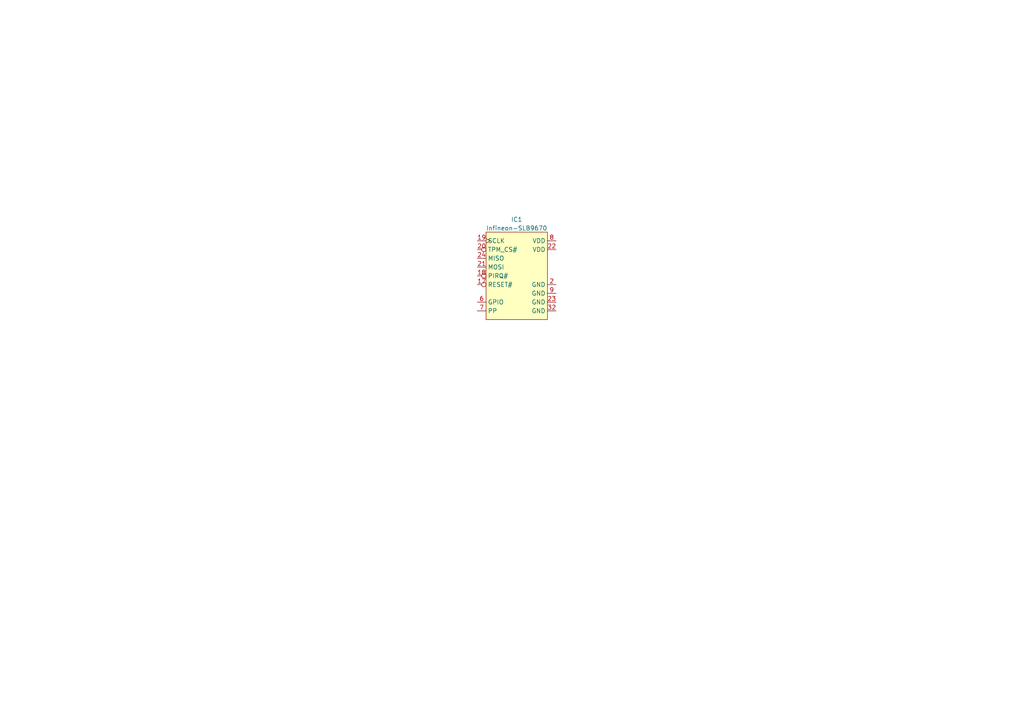
<source format=kicad_sch>
(kicad_sch (version 20211123) (generator eeschema)
  (paper "A4")
  (lib_symbols
    (symbol "TPM:Infineon-SLB9670"
      (property "Reference" "IC" (at -7.62 13.97 0))
      (property "Value" "Infineon-SLB9670" (at 0 -13.97 0))
      (symbol "Infineon-SLB9670_0_1"
        (rectangle (start -8.89 12.7) (end 8.89 -12.7) (stroke (width 0.1524)) (fill (type background)))
      )
      (symbol "Infineon-SLB9670_1_1"
        (pin input inverted (at -11.43 -2.54 0) (length 2.54) (name "RESET#") (number "17"))
        (pin output inverted (at -11.43 0 0) (length 2.54) (name "PIRQ#") (number "18"))
        (pin input clock (at -11.43 10.16 0) (length 2.54) (name "SCLK") (number "19"))
        (pin power_in line (at 11.43 -2.54 180) (length 2.54) (name "GND") (number "2"))
        (pin input inverted (at -11.43 7.62 0) (length 2.54) (name "TPM_CS#") (number "20"))
        (pin input line (at -11.43 2.54 0) (length 2.54) (name "MOSI") (number "21"))
        (pin power_in line (at 11.43 7.62 180) (length 2.54) (name "VDD") (number "22"))
        (pin power_in line (at 11.43 -7.62 180) (length 2.54) (name "GND") (number "23"))
        (pin output line (at -11.43 5.08 0) (length 2.54) (name "MISO") (number "24"))
        (pin power_in line (at 11.43 -10.16 180) (length 2.54) (name "GND") (number "32"))
        (pin bidirectional line (at -11.43 -7.62 0) (length 2.54) (name "GPIO") (number "6"))
        (pin input line (at -11.43 -10.16 0) (length 2.54) (name "PP") (number "7"))
        (pin power_in line (at 11.43 10.16 180) (length 2.54) (name "VDD") (number "8"))
        (pin power_in line (at 11.43 -5.08 180) (length 2.54) (name "GND") (number "9"))
      )
    )
  )
  (symbol (lib_id "TPM:Infineon-SLB9670") (at 149.86 80.01 0) (unit 1)
    (property "Reference" "IC1" (at 149.86 63.661 0))
    (property "Value" "Infineon-SLB9670" (at 149.86 66.1979 0))
    (property "Footprint" "Package_DFN_QFN:VQFN-32-1EP_5x5mm_P0.5mm_EP3.5x3.5mm_ThermalVias" (effects hide))
  )
)
</source>
